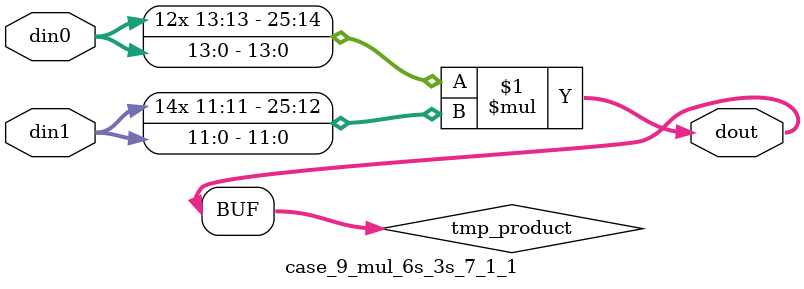
<source format=v>

`timescale 1 ns / 1 ps

 module case_9_mul_6s_3s_7_1_1(din0, din1, dout);
parameter ID = 1;
parameter NUM_STAGE = 0;
parameter din0_WIDTH = 14;
parameter din1_WIDTH = 12;
parameter dout_WIDTH = 26;

input [din0_WIDTH - 1 : 0] din0; 
input [din1_WIDTH - 1 : 0] din1; 
output [dout_WIDTH - 1 : 0] dout;

wire signed [dout_WIDTH - 1 : 0] tmp_product;



























assign tmp_product = $signed(din0) * $signed(din1);








assign dout = tmp_product;





















endmodule

</source>
